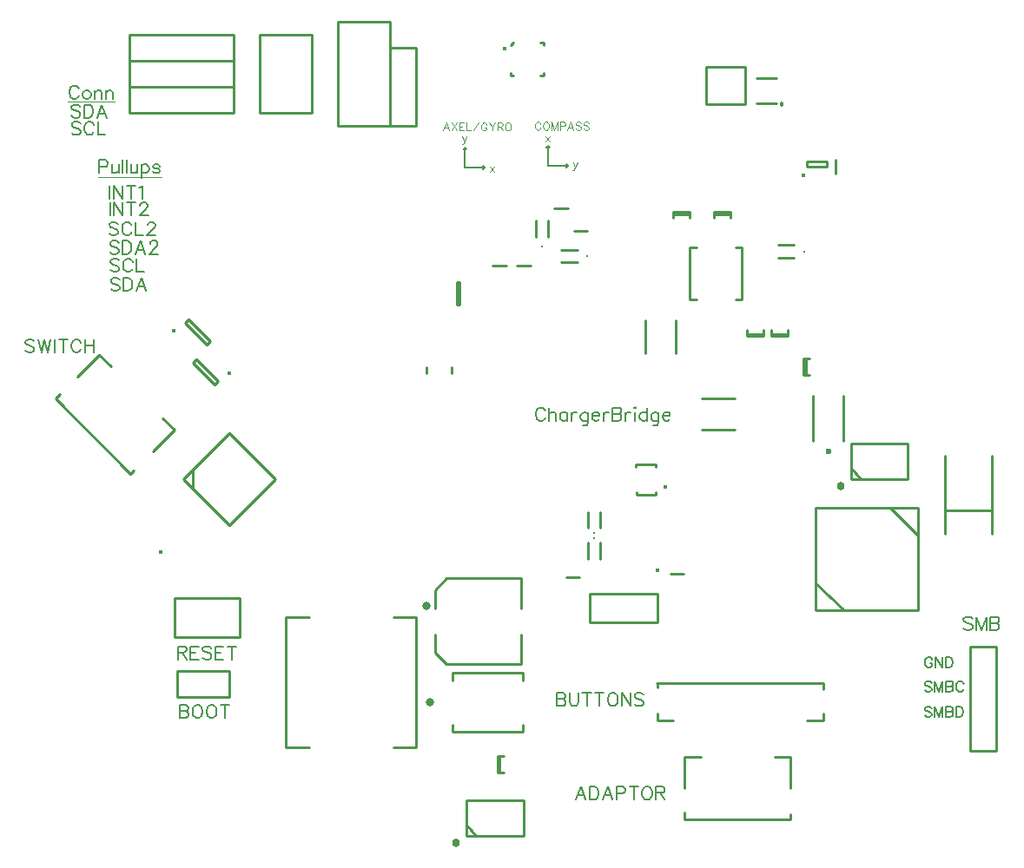
<source format=gto>
G04 DipTrace 3.0.0.2*
G04 TopSilk.gbr*
%MOMM*%
G04 #@! TF.FileFunction,Legend,Top*
G04 #@! TF.Part,Single*
%ADD10C,0.25*%
%ADD12C,0.0762*%
%ADD26C,0.13*%
%ADD37O,0.80006X0.79964*%
%ADD43O,0.23995X0.23951*%
%ADD44O,0.23999X0.23961*%
%ADD46O,0.23961X0.23999*%
%ADD47O,0.60002X0.60023*%
%ADD49O,0.79956X0.8004*%
%ADD53O,0.08115X0.15616*%
%ADD62O,0.39154X0.39176*%
%ADD64O,0.39171X0.39131*%
%ADD70O,0.39124X0.39193*%
%ADD73O,0.39177X0.3915*%
%ADD76O,0.7935X0.79439*%
%ADD80C,0.45716*%
%ADD83O,0.36622X0.39147*%
%ADD86O,0.38993X0.39289*%
%ADD180C,0.19608*%
%ADD182C,0.11765*%
%ADD183C,0.15686*%
%FSLAX35Y35*%
G04*
G71*
G90*
G75*
G01*
G04 TopSilk*
%LPD*%
X7608148Y1910458D2*
D10*
Y1846970D1*
X8644482D1*
Y1895226D1*
Y2149242D2*
Y2448954D1*
X8484480Y2450874D2*
X8644482D1*
X7608148Y2149242D2*
Y2448954D1*
Y2450874D2*
X7768150D1*
X8960472Y3115069D2*
X8961121Y3178574D1*
X7340601D1*
X7341249D2*
Y3130919D1*
Y2877005D2*
Y2813394D1*
X7499898D2*
X7341249D1*
X8960472Y2877005D2*
Y2813394D1*
X8801823D1*
X7468691Y4237384D2*
X7598591D1*
X6106341Y7249907D2*
X5976441D1*
X8375557Y6579084D2*
X8215717D1*
X8375557Y6560164D2*
X8215717D1*
X8375557D2*
Y6620004D1*
X8215717Y6560164D2*
Y6620004D1*
X6452441Y4205387D2*
X6582341D1*
X5805264Y2306164D2*
Y2466004D1*
X5786344Y2306164D2*
Y2466004D1*
Y2306164D2*
X5846184D1*
X5786344Y2466004D2*
X5846184D1*
X6341564Y7809264D2*
X6471464D1*
X8613687Y6579084D2*
X8453847D1*
X8613687Y6560164D2*
X8453847D1*
X8613687D2*
Y6620004D1*
X8453847Y6560164D2*
Y6620004D1*
X5288393Y4196114D2*
X6012912D1*
X5174281Y4082118D2*
X5288393Y4196114D1*
Y3357914D2*
X6012912D1*
X5174281Y3471909D2*
X5288393Y3357914D1*
X5174281Y3901989D2*
Y4082118D1*
Y3471909D2*
Y3652038D1*
X6012912Y3901989D2*
Y4196114D1*
Y3357914D2*
Y3652038D1*
D37*
X5093584Y3931997D3*
X7896951Y7749837D2*
D10*
X8056791D1*
X7896951Y7768757D2*
X8056791D1*
X7896951D2*
Y7708917D1*
X8056791Y7768757D2*
Y7708917D1*
X9079587Y8147260D2*
Y8277160D1*
X8789764Y6179664D2*
Y6339504D1*
X8770844Y6179664D2*
Y6339504D1*
Y6179664D2*
X8830684D1*
X8770844Y6339504D2*
X8830684D1*
X5868217Y7249907D2*
X5738317D1*
X6661964Y7583284D2*
X6532064D1*
X7499441Y7749837D2*
X7659281D1*
X7499441Y7768757D2*
X7659281D1*
X7499441D2*
Y7708917D1*
X7659281Y7768757D2*
Y7708917D1*
X3469641Y8737990D2*
X3977641D1*
Y9499990D1*
X3469641D1*
Y8737990D1*
X4231641Y8610990D2*
X4739641D1*
Y9626990D1*
X4231641D1*
Y8610990D1*
X3215685Y9245978D2*
X2199596D1*
Y9499990D1*
X3215685D1*
Y9245978D1*
Y8989438D2*
X2199596D1*
Y9243450D1*
X3215685D1*
Y8989438D1*
Y8735438D2*
X2199596D1*
Y8989450D1*
X3215685D1*
Y8735438D1*
X7780801Y5949290D2*
X8100481D1*
X7780801Y5649130D2*
X8100481D1*
X8678417Y7326712D2*
X8518410D1*
X8678417Y7446709D2*
X8518410D1*
D43*
X8772407Y7386710D3*
X6784012Y4546847D2*
D10*
Y4386849D1*
X6664016Y4546847D2*
Y4386849D1*
D44*
X6724014Y4640847D3*
X6156019Y7527824D2*
D10*
Y7687822D1*
X6276016Y7527824D2*
Y7687822D1*
D44*
X6216017Y7433824D3*
X6567030Y7279089D2*
D10*
X6407033D1*
X6567030Y7399085D2*
X6407033D1*
D46*
X6661030Y7339087D3*
X6664016Y4686197D2*
D10*
Y4846195D1*
X6784012Y4686197D2*
Y4846195D1*
D44*
X6724014Y4592197D3*
X8865009Y5536087D2*
D10*
Y5976053D1*
X9155012Y5536087D2*
Y5976053D1*
D47*
X9010025Y5436089D3*
X5345416Y3279334D2*
D10*
X6035448D1*
X5345416Y2699334D2*
X6035448D1*
X5345416Y3279334D2*
Y3199352D1*
X6035448Y3279334D2*
Y3199352D1*
X5345416Y2769340D2*
Y2699334D1*
X6035448Y2769340D2*
Y2699334D1*
D49*
X5130368Y2989334D3*
X4739628Y8611038D2*
D10*
X4993641D1*
Y9372942D1*
X4739628D1*
Y8611038D1*
X3168017Y3290960D2*
X2660017D1*
Y3036960D1*
X3168017D1*
Y3290960D1*
X8105141Y7420984D2*
X8168641D1*
Y6913016D1*
X8105141D1*
X7724141Y7420984D2*
X7660641D1*
Y6913016D1*
X7724141D2*
X7660641D1*
X9882539Y4886715D2*
X8882382D1*
Y3886592D1*
X9882539D1*
Y4886715D1*
X9885046Y4614982D2*
X9618337Y4881615D1*
X9161123Y3890992D2*
X8886794Y4150124D1*
X7819471Y8819071D2*
Y9184202D1*
X8200471Y8819071D2*
Y9184202D1*
D53*
X8009913Y8819313D3*
X7819471Y8819071D2*
D10*
X8200471D1*
X7819471Y9184202D2*
X8200471D1*
X3725227Y2547120D2*
Y3816993D1*
X3947477D1*
X3725227Y2547120D2*
X3947477D1*
X4995227Y3816993D2*
Y2547120D1*
X4772977D1*
X4995227Y3816993D2*
X4772977D1*
D62*
X8767049Y8125468D3*
X8800385Y8212847D2*
D10*
X9000402D1*
Y8262820D1*
X8800385D1*
Y8212847D1*
D64*
X3167922Y6194398D3*
X3061346Y6120861D2*
D10*
X2849211Y6333004D1*
X2813875Y6297652D1*
X3025970Y6085509D1*
X3061346Y6120861D1*
D64*
X2630899Y6615605D3*
X2737475Y6689143D2*
D10*
X2949610Y6477000D1*
X2984946Y6512352D1*
X2772851Y6724495D1*
X2737475Y6689143D1*
X5340901Y6260630D2*
Y6200790D1*
X5090881Y6260630D2*
Y6200790D1*
X7524971Y6711560D2*
Y6391880D1*
X7224811Y6711560D2*
Y6391880D1*
X5419083Y7088262D2*
X5387345D1*
Y6866012D1*
X5419083D1*
Y7088262D1*
X3272261Y3624337D2*
X2637261D1*
Y4005337D1*
X3272261D1*
Y3624337D1*
X10650233Y3528495D2*
X10396221D1*
Y2512405D1*
X10650233D1*
Y3528495D1*
X1520635Y5996270D2*
X1475733Y5951385D1*
X2208555Y5218609D1*
X2242667Y5252707D1*
X2422276Y5432364D2*
X2634140Y5644264D1*
X2522407Y5758738D2*
X2635532Y5645656D1*
X1689453Y6165140D2*
X1901434Y6377040D1*
X1902710Y6378432D2*
X2015836Y6265349D1*
D70*
X7345247Y4272531D3*
X7347887Y4045836D2*
D10*
X6687919D1*
X7347887Y3765837D2*
X6687919D1*
Y4045836D2*
Y3765837D1*
X7347887Y4045836D2*
Y3765837D1*
D73*
X7419139Y5086472D3*
X7332306Y5009837D2*
D10*
X7142234D1*
X7332306Y5309837D2*
X7132259D1*
X7332306Y5279837D2*
Y5309837D1*
X7132259Y5279837D2*
Y5309837D1*
X7142234Y5009837D2*
Y5039837D1*
X7332306Y5009837D2*
Y5039837D1*
X9232234Y5513614D2*
X9787891D1*
Y5164307D1*
X9232234D1*
Y5513614D1*
D76*
X9129065Y5092896D3*
X9232234Y5275437D2*
D10*
X9327509Y5164307D1*
X2725857Y5167614D2*
X3174894Y5616650D1*
X3623931Y5167614D1*
X3174894Y4718577D1*
X2725857Y5167614D1*
X2815730Y5077850D2*
Y5257377D1*
X5483324Y2033337D2*
X6038981D1*
Y1684030D1*
X5483324D1*
Y2033337D1*
D76*
X5380155Y1612619D3*
X5483324Y1795161D2*
D10*
X5578599Y1684030D1*
X10148441Y4629253D2*
Y5389241D1*
X10608441Y4629253D2*
Y5389241D1*
X10148441Y4859211D2*
X10608441D1*
X8314179Y8834514D2*
X8507221D1*
Y9078349D2*
X8314179D1*
D80*
X8558666Y8822444D3*
X5911320Y9396060D2*
D10*
X5938052Y9426132D1*
X5911320Y9098366D2*
X5938052D1*
X5911320D2*
Y9128474D1*
X6233060Y9098366D2*
Y9128474D1*
Y9098366D2*
X6206203D1*
X6233060Y9426132D2*
Y9396060D1*
Y9426132D2*
X6206203D1*
D83*
X5854358Y9365632D3*
D86*
X2502617Y4450145D3*
X6279271Y8220737D2*
D26*
Y8411884D1*
X6470081Y8221074D2*
X6278937D1*
X6469751Y8220737D2*
X6453874Y8204867D1*
X6469751Y8220737D2*
X6453874Y8236617D1*
X6279271Y8411220D2*
X6295141Y8395350D1*
X6279271Y8411220D2*
X6263394Y8395350D1*
X5469344Y8205567D2*
Y8396707D1*
X5660154Y8205897D2*
X5469014D1*
X5659824Y8205567D2*
X5643951Y8189690D1*
X5659824Y8205567D2*
X5643951Y8221440D1*
X5469344Y8396044D2*
X5485217Y8380170D1*
X5469344Y8396044D2*
X5453471Y8380170D1*
X1889761Y8110610D2*
D12*
X2506981D1*
X1600201Y8849750D2*
X2049781D1*
X6646638Y2037347D2*
D180*
X6597924Y2164957D1*
X6549351Y2037347D1*
X6567601Y2079884D2*
X6628388D1*
X6685853Y2164957D2*
Y2037347D1*
X6728390D1*
X6746640Y2043524D1*
X6758853Y2055597D1*
X6764890Y2067811D1*
X6770926Y2085920D1*
Y2116384D1*
X6764890Y2134634D1*
X6758853Y2146707D1*
X6746640Y2158920D1*
X6728390Y2164957D1*
X6685853D1*
X6907429Y2037347D2*
X6858715Y2164957D1*
X6810142Y2037347D1*
X6828392Y2079884D2*
X6889179D1*
X6946644Y2098134D2*
X7001394D1*
X7019504Y2104170D1*
X7025681Y2110347D1*
X7031717Y2122420D1*
Y2140670D1*
X7025681Y2152743D1*
X7019504Y2158920D1*
X7001394Y2164957D1*
X6946644D1*
Y2037347D1*
X7113470Y2164957D2*
Y2037347D1*
X7070933Y2164957D2*
X7156006D1*
X7231722D2*
X7219508Y2158920D1*
X7207435Y2146707D1*
X7201258Y2134634D1*
X7195222Y2116384D1*
Y2085920D1*
X7201258Y2067811D1*
X7207435Y2055597D1*
X7219508Y2043524D1*
X7231722Y2037347D1*
X7256008D1*
X7268081Y2043524D1*
X7280295Y2055597D1*
X7286331Y2067811D1*
X7292368Y2085920D1*
Y2116384D1*
X7286331Y2134634D1*
X7280295Y2146707D1*
X7268081Y2158920D1*
X7256008Y2164957D1*
X7231722D1*
X7331584Y2104170D2*
X7386193D1*
X7404443Y2110347D1*
X7410620Y2116384D1*
X7416657Y2128457D1*
Y2140670D1*
X7410620Y2152743D1*
X7404443Y2158920D1*
X7386193Y2164957D1*
X7331584D1*
Y2037347D1*
X7374120Y2104170D2*
X7416657Y2037347D1*
X6364171Y3078810D2*
Y2951201D1*
X6418921D1*
X6437171Y2957378D1*
X6443208Y2963414D1*
X6449244Y2975487D1*
Y2993737D1*
X6443208Y3005951D1*
X6437171Y3011987D1*
X6418921Y3018024D1*
X6437171Y3024201D1*
X6443208Y3030237D1*
X6449244Y3042310D1*
Y3054524D1*
X6443208Y3066597D1*
X6437171Y3072774D1*
X6418921Y3078810D1*
X6364171D1*
Y3018024D2*
X6418921D1*
X6488460Y3078810D2*
Y2987701D1*
X6494496Y2969451D1*
X6506710Y2957378D1*
X6524960Y2951201D1*
X6537033D1*
X6555283Y2957378D1*
X6567496Y2969451D1*
X6573533Y2987701D1*
Y3078810D1*
X6655285D2*
Y2951201D1*
X6612749Y3078810D2*
X6697822D1*
X6779574D2*
Y2951201D1*
X6737037Y3078810D2*
X6822111D1*
X6897826D2*
X6885613Y3072774D1*
X6873540Y3060560D1*
X6867363Y3048487D1*
X6861326Y3030237D1*
Y2999774D1*
X6867363Y2981664D1*
X6873540Y2969451D1*
X6885613Y2957378D1*
X6897826Y2951201D1*
X6922113D1*
X6934186Y2957378D1*
X6946399Y2969451D1*
X6952436Y2981664D1*
X6958472Y2999774D1*
Y3030237D1*
X6952436Y3048487D1*
X6946399Y3060560D1*
X6934186Y3072774D1*
X6922113Y3078810D1*
X6897826D1*
X7082761D2*
Y2951201D1*
X6997688Y3078810D1*
Y2951201D1*
X7207050Y3060560D2*
X7194977Y3072774D1*
X7176727Y3078810D1*
X7152440D1*
X7134190Y3072774D1*
X7121977Y3060560D1*
Y3048487D1*
X7128154Y3036274D1*
X7134190Y3030237D1*
X7146263Y3024201D1*
X7182763Y3011987D1*
X7194977Y3005951D1*
X7201013Y2999774D1*
X7207050Y2987701D1*
Y2969451D1*
X7194977Y2957378D1*
X7176727Y2951201D1*
X7152440D1*
X7134190Y2957378D1*
X7121977Y2969451D1*
X6249437Y5831664D2*
X6243401Y5843737D1*
X6231187Y5855950D1*
X6219114Y5861987D1*
X6194828D1*
X6182614Y5855950D1*
X6170541Y5843737D1*
X6164364Y5831664D1*
X6158328Y5813414D1*
Y5782950D1*
X6164364Y5764841D1*
X6170541Y5752627D1*
X6182614Y5740554D1*
X6194828Y5734377D1*
X6219114D1*
X6231187Y5740554D1*
X6243401Y5752627D1*
X6249437Y5764841D1*
X6288653Y5861987D2*
Y5734377D1*
Y5795164D2*
X6306903Y5813414D1*
X6319117Y5819450D1*
X6337367D1*
X6349440Y5813414D1*
X6355476Y5795164D1*
Y5734377D1*
X6467551Y5819450D2*
Y5734377D1*
Y5801200D2*
X6455478Y5813414D1*
X6443265Y5819450D1*
X6425155D1*
X6412942Y5813414D1*
X6400869Y5801200D1*
X6394692Y5782950D1*
Y5770877D1*
X6400869Y5752627D1*
X6412942Y5740554D1*
X6425155Y5734377D1*
X6443265D1*
X6455478Y5740554D1*
X6467551Y5752627D1*
X6506767Y5819450D2*
Y5734377D1*
Y5782950D2*
X6512944Y5801200D1*
X6525017Y5813414D1*
X6537231Y5819450D1*
X6555481D1*
X6667556Y5813414D2*
Y5716127D1*
X6661519Y5698018D1*
X6655483Y5691841D1*
X6643269Y5685804D1*
X6625019D1*
X6612946Y5691841D1*
X6667556Y5795164D2*
X6655483Y5807237D1*
X6643269Y5813414D1*
X6625019D1*
X6612946Y5807237D1*
X6600733Y5795164D1*
X6594696Y5776914D1*
Y5764700D1*
X6600733Y5746591D1*
X6612946Y5734377D1*
X6625019Y5728341D1*
X6643269D1*
X6655483Y5734377D1*
X6667556Y5746591D1*
X6706772Y5782950D2*
X6779631D1*
Y5795164D1*
X6773595Y5807377D1*
X6767558Y5813414D1*
X6755345Y5819450D1*
X6737095D1*
X6725022Y5813414D1*
X6712808Y5801200D1*
X6706772Y5782950D1*
Y5770877D1*
X6712808Y5752627D1*
X6725022Y5740554D1*
X6737095Y5734377D1*
X6755345D1*
X6767558Y5740554D1*
X6779631Y5752627D1*
X6818847Y5819450D2*
Y5734377D1*
Y5782950D2*
X6825024Y5801200D1*
X6837097Y5813414D1*
X6849310Y5819450D1*
X6867560D1*
X6906776Y5861987D2*
Y5734377D1*
X6961526D1*
X6979776Y5740554D1*
X6985813Y5746591D1*
X6991849Y5758664D1*
Y5776914D1*
X6985813Y5789127D1*
X6979776Y5795164D1*
X6961526Y5801200D1*
X6979776Y5807377D1*
X6985813Y5813414D1*
X6991849Y5825487D1*
Y5837700D1*
X6985813Y5849773D1*
X6979776Y5855950D1*
X6961526Y5861987D1*
X6906776D1*
Y5801200D2*
X6961526D1*
X7031065Y5819450D2*
Y5734377D1*
Y5782950D2*
X7037242Y5801200D1*
X7049315Y5813414D1*
X7061528Y5819450D1*
X7079778D1*
X7118994Y5861987D2*
X7125030Y5855950D1*
X7131207Y5861987D1*
X7125030Y5868164D1*
X7118994Y5861987D1*
X7125030Y5819450D2*
Y5734377D1*
X7243283Y5861987D2*
Y5734377D1*
Y5801200D2*
X7231210Y5813414D1*
X7218996Y5819450D1*
X7200746D1*
X7188673Y5813414D1*
X7176460Y5801200D1*
X7170423Y5782950D1*
Y5770877D1*
X7176460Y5752627D1*
X7188673Y5740554D1*
X7200746Y5734377D1*
X7218996D1*
X7231210Y5740554D1*
X7243283Y5752627D1*
X7355358Y5813414D2*
Y5716127D1*
X7349321Y5698018D1*
X7343285Y5691841D1*
X7331071Y5685804D1*
X7312821D1*
X7300748Y5691841D1*
X7355358Y5795164D2*
X7343285Y5807237D1*
X7331071Y5813414D1*
X7312821D1*
X7300748Y5807237D1*
X7288535Y5795164D1*
X7282498Y5776914D1*
Y5764700D1*
X7288535Y5746591D1*
X7300748Y5734377D1*
X7312821Y5728341D1*
X7331071D1*
X7343285Y5734377D1*
X7355358Y5746591D1*
X7394574Y5782950D2*
X7467433D1*
Y5795164D1*
X7461397Y5807377D1*
X7455360Y5813414D1*
X7443147Y5819450D1*
X7424897D1*
X7412824Y5813414D1*
X7400610Y5801200D1*
X7394574Y5782950D1*
Y5770877D1*
X7400610Y5752627D1*
X7412824Y5740554D1*
X7424897Y5734377D1*
X7443147D1*
X7455360Y5740554D1*
X7467433Y5752627D1*
X2688848Y2962135D2*
Y2834526D1*
X2743598D1*
X2761848Y2840703D1*
X2767884Y2846739D1*
X2773921Y2858812D1*
Y2877062D1*
X2767884Y2889276D1*
X2761848Y2895312D1*
X2743598Y2901349D1*
X2761848Y2907526D1*
X2767884Y2913562D1*
X2773921Y2925635D1*
Y2937849D1*
X2767884Y2949922D1*
X2761848Y2956099D1*
X2743598Y2962135D1*
X2688848D1*
Y2901349D2*
X2743598D1*
X2849637Y2962135D2*
X2837423Y2956099D1*
X2825350Y2943885D1*
X2819173Y2931812D1*
X2813137Y2913562D1*
Y2883099D1*
X2819173Y2864989D1*
X2825350Y2852776D1*
X2837423Y2840703D1*
X2849637Y2834526D1*
X2873923D1*
X2885996Y2840703D1*
X2898210Y2852776D1*
X2904246Y2864989D1*
X2910283Y2883099D1*
Y2913562D1*
X2904246Y2931812D1*
X2898210Y2943885D1*
X2885996Y2956099D1*
X2873923Y2962135D1*
X2849637D1*
X2985998D2*
X2973785Y2956099D1*
X2961712Y2943885D1*
X2955535Y2931812D1*
X2949498Y2913562D1*
Y2883099D1*
X2955535Y2864989D1*
X2961712Y2852776D1*
X2973785Y2840703D1*
X2985998Y2834526D1*
X3010285D1*
X3022358Y2840703D1*
X3034571Y2852776D1*
X3040608Y2864989D1*
X3046645Y2883099D1*
Y2913562D1*
X3040608Y2931812D1*
X3034571Y2943885D1*
X3022358Y2956099D1*
X3010285Y2962135D1*
X2985998D1*
X3128397D2*
Y2834526D1*
X3085860Y2962135D2*
X3170933D1*
X2100985Y7109057D2*
X2088912Y7121270D1*
X2070662Y7127307D1*
X2046375D1*
X2028125Y7121270D1*
X2015912Y7109057D1*
Y7096984D1*
X2022089Y7084770D1*
X2028125Y7078734D1*
X2040198Y7072697D1*
X2076698Y7060484D1*
X2088912Y7054447D1*
X2094948Y7048270D1*
X2100985Y7036197D1*
Y7017947D1*
X2088912Y7005874D1*
X2070662Y6999697D1*
X2046375D1*
X2028125Y7005874D1*
X2015912Y7017947D1*
X2140201Y7127307D2*
Y6999697D1*
X2182737D1*
X2200987Y7005874D1*
X2213201Y7017947D1*
X2219237Y7030161D1*
X2225274Y7048270D1*
Y7078734D1*
X2219237Y7096984D1*
X2213201Y7109057D1*
X2200987Y7121270D1*
X2182737Y7127307D1*
X2140201D1*
X2361776Y6999697D2*
X2313062Y7127307D1*
X2264489Y6999697D1*
X2282739Y7042234D2*
X2343526D1*
X2096937Y7295200D2*
X2084864Y7307414D1*
X2066614Y7313450D1*
X2042327D1*
X2024077Y7307414D1*
X2011864Y7295200D1*
Y7283127D1*
X2018041Y7270914D1*
X2024077Y7264877D1*
X2036150Y7258841D1*
X2072650Y7246627D1*
X2084864Y7240591D1*
X2090900Y7234414D1*
X2096937Y7222341D1*
Y7204091D1*
X2084864Y7192018D1*
X2066614Y7185841D1*
X2042327D1*
X2024077Y7192018D1*
X2011864Y7204091D1*
X2227262Y7283127D2*
X2221226Y7295200D1*
X2209012Y7307414D1*
X2196939Y7313450D1*
X2172652D1*
X2160439Y7307414D1*
X2148366Y7295200D1*
X2142189Y7283127D1*
X2136152Y7264877D1*
Y7234414D1*
X2142189Y7216304D1*
X2148366Y7204091D1*
X2160439Y7192018D1*
X2172652Y7185841D1*
X2196939D1*
X2209012Y7192018D1*
X2221226Y7204091D1*
X2227262Y7216304D1*
X2266478Y7313450D2*
Y7185841D1*
X2339337D1*
X2004862Y8029730D2*
Y7902121D1*
X2129151Y8029730D2*
Y7902121D1*
X2044078Y8029730D1*
Y7902121D1*
X2210903Y8029730D2*
Y7902121D1*
X2168367Y8029730D2*
X2253440D1*
X2292655Y8005303D2*
X2304869Y8011480D1*
X2323119Y8029590D1*
Y7902121D1*
X2009307Y7862090D2*
Y7734481D1*
X2133596Y7862090D2*
Y7734481D1*
X2048523Y7862090D1*
Y7734481D1*
X2215348Y7862090D2*
Y7734481D1*
X2172812Y7862090D2*
X2257885D1*
X2303278Y7831627D2*
Y7837663D1*
X2309314Y7849877D1*
X2315351Y7855913D1*
X2327564Y7861950D1*
X2351851D1*
X2363924Y7855913D1*
X2369960Y7849877D1*
X2376137Y7837663D1*
Y7825590D1*
X2369960Y7813377D1*
X2357887Y7795267D1*
X2297101Y7734481D1*
X2382174D1*
X2092727Y7470464D2*
X2080654Y7482677D1*
X2062404Y7488714D1*
X2038118D1*
X2019868Y7482677D1*
X2007654Y7470464D1*
Y7458390D1*
X2013831Y7446177D1*
X2019868Y7440140D1*
X2031941Y7434104D1*
X2068441Y7421890D1*
X2080654Y7415854D1*
X2086691Y7409677D1*
X2092727Y7397604D1*
Y7379354D1*
X2080654Y7367281D1*
X2062404Y7361104D1*
X2038118D1*
X2019868Y7367281D1*
X2007654Y7379354D1*
X2131943Y7488714D2*
Y7361104D1*
X2174479D1*
X2192729Y7367281D1*
X2204943Y7379354D1*
X2210979Y7391567D1*
X2217016Y7409677D1*
Y7440140D1*
X2210979Y7458390D1*
X2204943Y7470464D1*
X2192729Y7482677D1*
X2174479Y7488714D1*
X2131943D1*
X2353518Y7361104D2*
X2304805Y7488714D1*
X2256232Y7361104D1*
X2274482Y7403640D2*
X2335268D1*
X2398911Y7458250D2*
Y7464287D1*
X2404947Y7476500D1*
X2410984Y7482537D1*
X2423197Y7488573D1*
X2447484D1*
X2459557Y7482537D1*
X2465593Y7476500D1*
X2471770Y7464287D1*
Y7452214D1*
X2465593Y7440000D1*
X2453520Y7421890D1*
X2392734Y7361104D1*
X2477807D1*
X2086682Y7653344D2*
X2074609Y7665557D1*
X2056359Y7671594D1*
X2032073D1*
X2013823Y7665557D1*
X2001609Y7653344D1*
Y7641270D1*
X2007786Y7629057D1*
X2013823Y7623020D1*
X2025896Y7616984D1*
X2062396Y7604770D1*
X2074609Y7598734D1*
X2080646Y7592557D1*
X2086682Y7580484D1*
Y7562234D1*
X2074609Y7550161D1*
X2056359Y7543984D1*
X2032073D1*
X2013823Y7550161D1*
X2001609Y7562234D1*
X2217008Y7641270D2*
X2210971Y7653344D1*
X2198758Y7665557D1*
X2186685Y7671594D1*
X2162398D1*
X2150185Y7665557D1*
X2138112Y7653344D1*
X2131935Y7641270D1*
X2125898Y7623020D1*
Y7592557D1*
X2131935Y7574447D1*
X2138112Y7562234D1*
X2150185Y7550161D1*
X2162398Y7543984D1*
X2186685D1*
X2198758Y7550161D1*
X2210971Y7562234D1*
X2217008Y7574447D1*
X2256223Y7671594D2*
Y7543984D1*
X2329083D1*
X2374476Y7641130D2*
Y7647167D1*
X2380512Y7659380D1*
X2386549Y7665417D1*
X2398762Y7671453D1*
X2423049D1*
X2435122Y7665417D1*
X2441158Y7659380D1*
X2447335Y7647167D1*
Y7635094D1*
X2441158Y7622880D1*
X2429085Y7604770D1*
X2368299Y7543984D1*
X2453372D1*
X1718625Y8798880D2*
X1706552Y8811094D1*
X1688302Y8817130D1*
X1664015D1*
X1645765Y8811094D1*
X1633552Y8798880D1*
Y8786807D1*
X1639729Y8774594D1*
X1645765Y8768557D1*
X1657838Y8762521D1*
X1694338Y8750307D1*
X1706552Y8744271D1*
X1712588Y8738094D1*
X1718625Y8726021D1*
Y8707771D1*
X1706552Y8695698D1*
X1688302Y8689521D1*
X1664015D1*
X1645765Y8695698D1*
X1633552Y8707771D1*
X1757841Y8817130D2*
Y8689521D1*
X1800377D1*
X1818627Y8695698D1*
X1830841Y8707771D1*
X1836877Y8719984D1*
X1842914Y8738094D1*
Y8768557D1*
X1836877Y8786807D1*
X1830841Y8798880D1*
X1818627Y8811094D1*
X1800377Y8817130D1*
X1757841D1*
X1979416Y8689521D2*
X1930702Y8817130D1*
X1882129Y8689521D1*
X1900379Y8732057D2*
X1961166D1*
X1720203Y8631874D2*
X1708130Y8644087D1*
X1689880Y8650124D1*
X1665594D1*
X1647344Y8644087D1*
X1635130Y8631874D1*
Y8619800D1*
X1641307Y8607587D1*
X1647344Y8601550D1*
X1659417Y8595514D1*
X1695917Y8583300D1*
X1708130Y8577264D1*
X1714167Y8571087D1*
X1720203Y8559014D1*
Y8540764D1*
X1708130Y8528691D1*
X1689880Y8522514D1*
X1665594D1*
X1647344Y8528691D1*
X1635130Y8540764D1*
X1850529Y8619800D2*
X1844492Y8631874D1*
X1832279Y8644087D1*
X1820206Y8650124D1*
X1795919D1*
X1783706Y8644087D1*
X1771633Y8631874D1*
X1765456Y8619800D1*
X1759419Y8601550D1*
Y8571087D1*
X1765456Y8552977D1*
X1771633Y8540764D1*
X1783706Y8528691D1*
X1795919Y8522514D1*
X1820206D1*
X1832279Y8528691D1*
X1844492Y8540764D1*
X1850529Y8552977D1*
X1889744Y8650124D2*
Y8522514D1*
X1962604D1*
X2669823Y3472849D2*
X2724433D1*
X2742683Y3479026D1*
X2748860Y3485062D1*
X2754896Y3497135D1*
Y3509349D1*
X2748860Y3521422D1*
X2742683Y3527599D1*
X2724433Y3533635D1*
X2669823D1*
Y3406026D1*
X2712360Y3472849D2*
X2754896Y3406026D1*
X2873008Y3533635D2*
X2794112D1*
Y3406026D1*
X2873008D1*
X2794112Y3472849D2*
X2842685D1*
X2997297Y3515385D2*
X2985224Y3527599D1*
X2966974Y3533635D1*
X2942687D1*
X2924437Y3527599D1*
X2912224Y3515385D1*
Y3503312D1*
X2918401Y3491099D1*
X2924437Y3485062D1*
X2936511Y3479026D1*
X2973011Y3466812D1*
X2985224Y3460776D1*
X2991261Y3454599D1*
X2997297Y3442526D1*
Y3424276D1*
X2985224Y3412203D1*
X2966974Y3406026D1*
X2942687D1*
X2924437Y3412203D1*
X2912224Y3424276D1*
X3115409Y3533635D2*
X3036513D1*
Y3406026D1*
X3115409D1*
X3036513Y3472849D2*
X3085086D1*
X3197161Y3533635D2*
Y3406026D1*
X3154625Y3533635D2*
X3239698D1*
X10414475Y3802867D2*
X10402402Y3815080D1*
X10384152Y3821117D1*
X10359865D1*
X10341615Y3815080D1*
X10329402Y3802867D1*
Y3790794D1*
X10335579Y3778580D1*
X10341615Y3772544D1*
X10353689Y3766507D1*
X10390189Y3754294D1*
X10402402Y3748257D1*
X10408439Y3742080D1*
X10414475Y3730007D1*
Y3711757D1*
X10402402Y3699684D1*
X10384152Y3693507D1*
X10359865D1*
X10341615Y3699684D1*
X10329402Y3711757D1*
X10550837Y3693507D2*
Y3821117D1*
X10502264Y3693507D1*
X10453691Y3821117D1*
Y3693507D1*
X10590053Y3821117D2*
Y3693507D1*
X10644803D1*
X10663053Y3699684D1*
X10669089Y3705721D1*
X10675126Y3717794D1*
Y3736044D1*
X10669089Y3748257D1*
X10663053Y3754294D1*
X10644803Y3760330D1*
X10663053Y3766507D1*
X10669089Y3772544D1*
X10675126Y3784617D1*
Y3796830D1*
X10669089Y3808903D1*
X10663053Y3815080D1*
X10644803Y3821117D1*
X10590053D1*
Y3760330D2*
X10644803D1*
X1268733Y6509339D2*
X1256660Y6521552D1*
X1238410Y6527589D1*
X1214124D1*
X1195874Y6521552D1*
X1183660Y6509339D1*
Y6497265D1*
X1189837Y6485052D1*
X1195874Y6479015D1*
X1207947Y6472979D1*
X1244447Y6460765D1*
X1256660Y6454729D1*
X1262697Y6448552D1*
X1268733Y6436479D1*
Y6418229D1*
X1256660Y6406156D1*
X1238410Y6399979D1*
X1214124D1*
X1195874Y6406156D1*
X1183660Y6418229D1*
X1307949Y6527589D2*
X1338413Y6399979D1*
X1368736Y6527589D1*
X1399059Y6399979D1*
X1429522Y6527589D1*
X1468738D2*
Y6399979D1*
X1550490Y6527589D2*
Y6399979D1*
X1507954Y6527589D2*
X1593027D1*
X1723352Y6497265D2*
X1717315Y6509339D1*
X1705102Y6521552D1*
X1693029Y6527589D1*
X1668742D1*
X1656529Y6521552D1*
X1644456Y6509339D1*
X1638279Y6497265D1*
X1632242Y6479015D1*
Y6448552D1*
X1638279Y6430442D1*
X1644456Y6418229D1*
X1656529Y6406156D1*
X1668742Y6399979D1*
X1693029D1*
X1705102Y6406156D1*
X1717315Y6418229D1*
X1723352Y6430442D1*
X1762568Y6527589D2*
Y6399979D1*
X1847641Y6527589D2*
Y6399979D1*
X1762568Y6466802D2*
X1847641D1*
X1901544Y8209549D2*
X1956294D1*
X1974404Y8215585D1*
X1980581Y8221762D1*
X1986618Y8233835D1*
Y8252085D1*
X1980581Y8264158D1*
X1974404Y8270335D1*
X1956294Y8276372D1*
X1901544D1*
Y8148762D1*
X2025833Y8233835D2*
Y8173049D1*
X2031870Y8154939D1*
X2044083Y8148762D1*
X2062333D1*
X2074406Y8154939D1*
X2092656Y8173049D1*
Y8233835D2*
Y8148762D1*
X2131872Y8276372D2*
Y8148762D1*
X2171088Y8276372D2*
Y8148762D1*
X2210303Y8233835D2*
Y8173049D1*
X2216340Y8154939D1*
X2228553Y8148762D1*
X2246803D1*
X2258876Y8154939D1*
X2277126Y8173049D1*
Y8233835D2*
Y8148762D1*
X2316342Y8233835D2*
Y8106226D1*
Y8215585D2*
X2328556Y8227658D1*
X2340629Y8233835D1*
X2358879D1*
X2371092Y8227658D1*
X2383165Y8215585D1*
X2389342Y8197335D1*
Y8185122D1*
X2383165Y8167012D1*
X2371092Y8154799D1*
X2358879Y8148762D1*
X2340629D1*
X2328556Y8154799D1*
X2316342Y8167012D1*
X2495381Y8215585D2*
X2489344Y8227799D1*
X2471094Y8233835D1*
X2452844D1*
X2434594Y8227799D1*
X2428558Y8215585D1*
X2434594Y8203512D1*
X2446808Y8197335D1*
X2477131Y8191299D1*
X2489344Y8185262D1*
X2495381Y8173049D1*
Y8167012D1*
X2489344Y8154939D1*
X2471094Y8148762D1*
X2452844D1*
X2434594Y8154939D1*
X2428558Y8167012D1*
X1703094Y8971219D2*
X1697058Y8983292D1*
X1684844Y8995505D1*
X1672771Y9001542D1*
X1648484D1*
X1636271Y8995505D1*
X1624198Y8983292D1*
X1618021Y8971219D1*
X1611984Y8952969D1*
Y8922505D1*
X1618021Y8904396D1*
X1624198Y8892182D1*
X1636271Y8880109D1*
X1648484Y8873932D1*
X1672771D1*
X1684844Y8880109D1*
X1697058Y8892182D1*
X1703094Y8904396D1*
X1772633Y8959005D2*
X1760560Y8952969D1*
X1748346Y8940755D1*
X1742310Y8922505D1*
Y8910432D1*
X1748346Y8892182D1*
X1760560Y8880109D1*
X1772633Y8873932D1*
X1790883D1*
X1803096Y8880109D1*
X1815169Y8892182D1*
X1821346Y8910432D1*
Y8922505D1*
X1815169Y8940755D1*
X1803096Y8952969D1*
X1790883Y8959005D1*
X1772633D1*
X1860562D2*
Y8873932D1*
Y8934719D2*
X1878812Y8952969D1*
X1891025Y8959005D1*
X1909135D1*
X1921349Y8952969D1*
X1927385Y8934719D1*
Y8873932D1*
X1966601Y8959005D2*
Y8873932D1*
Y8934719D2*
X1984851Y8952969D1*
X1997064Y8959005D1*
X2015174D1*
X2027387Y8952969D1*
X2033424Y8934719D1*
Y8873932D1*
X6295141Y8456707D2*
D182*
X6255048Y8507751D1*
X6255047Y8456707D2*
X6295141Y8507751D1*
X6521276Y8253313D2*
X6543091Y8202269D1*
X6535848Y8187698D1*
X6528520Y8180369D1*
X6521276Y8176748D1*
X6517570D1*
X6564991Y8253313D2*
X6543091Y8202269D1*
X6206205Y8630171D2*
X6202583Y8637415D1*
X6195255Y8644743D1*
X6188011Y8648365D1*
X6173440D1*
X6166111Y8644743D1*
X6158868Y8637415D1*
X6155161Y8630171D1*
X6151540Y8619221D1*
Y8600943D1*
X6155161Y8590078D1*
X6158868Y8582749D1*
X6166111Y8575506D1*
X6173440Y8571799D1*
X6188011D1*
X6195255Y8575506D1*
X6202583Y8582749D1*
X6206205Y8590078D1*
X6251635Y8648365D2*
X6244307Y8644743D1*
X6237063Y8637415D1*
X6233357Y8630171D1*
X6229735Y8619221D1*
Y8600943D1*
X6233357Y8590078D1*
X6237063Y8582749D1*
X6244307Y8575506D1*
X6251635Y8571799D1*
X6266207D1*
X6273451Y8575506D1*
X6280779Y8582749D1*
X6284401Y8590078D1*
X6288022Y8600943D1*
Y8619221D1*
X6284401Y8630171D1*
X6280779Y8637415D1*
X6273451Y8644743D1*
X6266207Y8648365D1*
X6251635D1*
X6369840Y8571799D2*
Y8648365D1*
X6340696Y8571799D1*
X6311552Y8648365D1*
Y8571799D1*
X6393369Y8608271D2*
X6426219D1*
X6437085Y8611893D1*
X6440791Y8615599D1*
X6444413Y8622843D1*
Y8633793D1*
X6440791Y8641037D1*
X6437085Y8644743D1*
X6426219Y8648365D1*
X6393369D1*
Y8571799D1*
X6526314D2*
X6497086Y8648365D1*
X6467942Y8571799D1*
X6478892Y8597321D2*
X6515364D1*
X6600887Y8637415D2*
X6593644Y8644743D1*
X6582694Y8648365D1*
X6568122D1*
X6557172Y8644743D1*
X6549844Y8637415D1*
Y8630171D1*
X6553550Y8622843D1*
X6557172Y8619221D1*
X6564415Y8615599D1*
X6586315Y8608271D1*
X6593644Y8604649D1*
X6597265Y8600943D1*
X6600887Y8593699D1*
Y8582749D1*
X6593644Y8575506D1*
X6582694Y8571799D1*
X6568122D1*
X6557172Y8575506D1*
X6549844Y8582749D1*
X6675461Y8637415D2*
X6668217Y8644743D1*
X6657267Y8648365D1*
X6642695D1*
X6631745Y8644743D1*
X6624417Y8637415D1*
Y8630171D1*
X6628123Y8622843D1*
X6631745Y8619221D1*
X6638989Y8615599D1*
X6660889Y8608271D1*
X6668217Y8604649D1*
X6671839Y8600943D1*
X6675461Y8593699D1*
Y8582749D1*
X6668217Y8575506D1*
X6657267Y8571799D1*
X6642695D1*
X6631745Y8575506D1*
X6624417Y8582749D1*
X5441502Y8507983D2*
X5463318Y8456939D1*
X5456074Y8442368D1*
X5448746Y8435039D1*
X5441502Y8431418D1*
X5437796D1*
X5485218Y8507983D2*
X5463318Y8456939D1*
X5755068Y8164064D2*
X5714974Y8215108D1*
Y8164064D2*
X5755068Y8215108D1*
X5314561Y8564243D2*
X5285333Y8640809D1*
X5256190Y8564243D1*
X5267140Y8589765D2*
X5303611D1*
X5338091Y8640809D2*
X5389135Y8564243D1*
Y8640809D2*
X5338091Y8564243D1*
X5460002Y8640809D2*
X5412664D1*
Y8564243D1*
X5460002D1*
X5412664Y8604337D2*
X5441808D1*
X5483531Y8640809D2*
Y8564243D1*
X5527247D1*
X5550776D2*
X5601820Y8640724D1*
X5680015Y8622615D2*
X5676394Y8629859D1*
X5669065Y8637187D1*
X5661822Y8640809D1*
X5647250D1*
X5639922Y8637187D1*
X5632678Y8629859D1*
X5628972Y8622615D1*
X5625350Y8611665D1*
Y8593387D1*
X5628972Y8582521D1*
X5632678Y8575193D1*
X5639922Y8567949D1*
X5647250Y8564243D1*
X5661822D1*
X5669065Y8567949D1*
X5676394Y8575193D1*
X5680015Y8582521D1*
Y8593387D1*
X5661822D1*
X5703545Y8640809D2*
X5732689Y8604337D1*
Y8564243D1*
X5761833Y8640809D2*
X5732689Y8604337D1*
X5785362D2*
X5818128D1*
X5829078Y8608043D1*
X5832784Y8611665D1*
X5836406Y8618909D1*
Y8626237D1*
X5832784Y8633480D1*
X5829078Y8637187D1*
X5818128Y8640809D1*
X5785362D1*
Y8564243D1*
X5810884Y8604337D2*
X5836406Y8564243D1*
X5881835Y8640809D2*
X5874507Y8637187D1*
X5867263Y8629859D1*
X5863557Y8622615D1*
X5859935Y8611665D1*
Y8593387D1*
X5863557Y8582521D1*
X5867263Y8575193D1*
X5874507Y8567949D1*
X5881835Y8564243D1*
X5896407D1*
X5903651Y8567949D1*
X5910979Y8575193D1*
X5914601Y8582521D1*
X5918223Y8593387D1*
Y8611665D1*
X5914601Y8622615D1*
X5910979Y8629859D1*
X5903651Y8637187D1*
X5896407Y8640809D1*
X5881835D1*
X10017015Y3177577D2*
D183*
X10007357Y3187348D1*
X9992757Y3192177D1*
X9973328D1*
X9958728Y3187348D1*
X9948957Y3177577D1*
Y3167918D1*
X9953899Y3158148D1*
X9958728Y3153318D1*
X9968386Y3148489D1*
X9997586Y3138718D1*
X10007357Y3133889D1*
X10012186Y3128948D1*
X10017015Y3119289D1*
Y3104689D1*
X10007357Y3095031D1*
X9992757Y3090089D1*
X9973328D1*
X9958728Y3095031D1*
X9948957Y3104689D1*
X10126105Y3090089D2*
Y3192177D1*
X10087246Y3090089D1*
X10048388Y3192177D1*
Y3090089D1*
X10157477Y3192177D2*
Y3090089D1*
X10201277D1*
X10215877Y3095031D1*
X10220707Y3099860D1*
X10225536Y3109518D1*
Y3124118D1*
X10220707Y3133889D1*
X10215877Y3138718D1*
X10201277Y3143548D1*
X10215877Y3148489D1*
X10220707Y3153318D1*
X10225536Y3162977D1*
Y3172748D1*
X10220707Y3182406D1*
X10215877Y3187348D1*
X10201277Y3192177D1*
X10157477D1*
Y3143548D2*
X10201277D1*
X10329796Y3167918D2*
X10324967Y3177577D1*
X10315196Y3187348D1*
X10305538Y3192177D1*
X10286108D1*
X10276338Y3187348D1*
X10266679Y3177577D1*
X10261738Y3167918D1*
X10256908Y3153318D1*
Y3128948D1*
X10261738Y3114460D1*
X10266679Y3104689D1*
X10276338Y3095031D1*
X10286108Y3090089D1*
X10305538D1*
X10315196Y3095031D1*
X10324967Y3104689D1*
X10329796Y3114460D1*
X10017015Y2931197D2*
X10007357Y2940968D1*
X9992757Y2945797D1*
X9973328D1*
X9958728Y2940968D1*
X9948957Y2931197D1*
Y2921538D1*
X9953899Y2911768D1*
X9958728Y2906938D1*
X9968386Y2902109D1*
X9997586Y2892338D1*
X10007357Y2887509D1*
X10012186Y2882568D1*
X10017015Y2872909D1*
Y2858309D1*
X10007357Y2848651D1*
X9992757Y2843709D1*
X9973328D1*
X9958728Y2848651D1*
X9948957Y2858309D1*
X10126105Y2843709D2*
Y2945797D1*
X10087246Y2843709D1*
X10048388Y2945797D1*
Y2843709D1*
X10157477Y2945797D2*
Y2843709D1*
X10201277D1*
X10215877Y2848651D1*
X10220707Y2853480D1*
X10225536Y2863138D1*
Y2877738D1*
X10220707Y2887509D1*
X10215877Y2892338D1*
X10201277Y2897168D1*
X10215877Y2902109D1*
X10220707Y2906938D1*
X10225536Y2916597D1*
Y2926368D1*
X10220707Y2936026D1*
X10215877Y2940968D1*
X10201277Y2945797D1*
X10157477D1*
Y2897168D2*
X10201277D1*
X10256908Y2945797D2*
Y2843709D1*
X10290938D1*
X10305538Y2848651D1*
X10315308Y2858309D1*
X10320138Y2868080D1*
X10324967Y2882568D1*
Y2906938D1*
X10320138Y2921538D1*
X10315308Y2931197D1*
X10305538Y2940968D1*
X10290938Y2945797D1*
X10256908D1*
X10024385Y3404138D2*
X10019555Y3413797D1*
X10009785Y3423568D1*
X10000126Y3428397D1*
X9980697D1*
X9970926Y3423568D1*
X9961268Y3413797D1*
X9956326Y3404138D1*
X9951497Y3389538D1*
Y3365168D1*
X9956326Y3350680D1*
X9961268Y3340909D1*
X9970926Y3331251D1*
X9980697Y3326309D1*
X10000126D1*
X10009785Y3331251D1*
X10019555Y3340909D1*
X10024385Y3350680D1*
Y3365168D1*
X10000126D1*
X10123816Y3428397D2*
Y3326309D1*
X10055757Y3428397D1*
Y3326309D1*
X10155188Y3428397D2*
Y3326309D1*
X10189217D1*
X10203817Y3331251D1*
X10213588Y3340909D1*
X10218417Y3350680D1*
X10223247Y3365168D1*
Y3389538D1*
X10218417Y3404138D1*
X10213588Y3413797D1*
X10203817Y3423568D1*
X10189217Y3428397D1*
X10155188D1*
M02*

</source>
